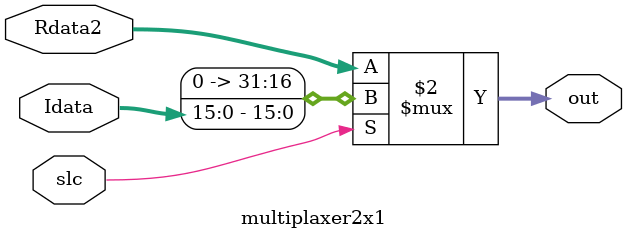
<source format=v>
module multiplaxer2x1(Rdata2,Idata,slc,out);
input [31:0] Rdata2;
input [15:0] Idata;
input slc;
output [31:0] out;

assign out = slc ? Idata:Rdata2;

endmodule

</source>
